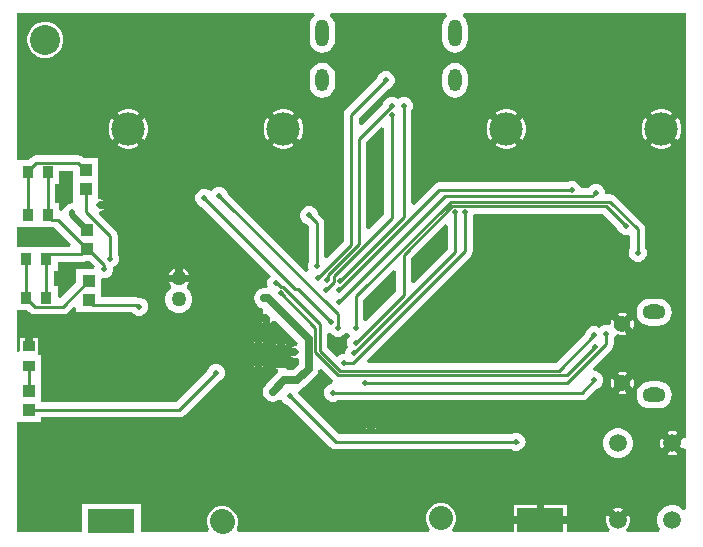
<source format=gbr>
G04*
G04 #@! TF.GenerationSoftware,Altium Limited,Altium Designer,24.3.1 (35)*
G04*
G04 Layer_Physical_Order=2*
G04 Layer_Color=16711680*
%FSLAX44Y44*%
%MOMM*%
G71*
G04*
G04 #@! TF.SameCoordinates,7C1B9C0E-2346-4955-A66A-820B0877C6A1*
G04*
G04*
G04 #@! TF.FilePolarity,Positive*
G04*
G01*
G75*
%ADD10C,0.5080*%
%ADD11C,0.2540*%
%ADD21R,1.1000X1.0000*%
%ADD54O,1.9558X1.2700*%
%ADD55C,1.3970*%
%ADD58O,1.1176X1.9050*%
%ADD59O,1.1176X2.3114*%
%ADD60C,1.4986*%
%ADD66C,0.6350*%
%ADD70C,0.6604*%
%ADD71C,2.5400*%
%ADD72C,2.0320*%
%ADD73C,0.6096*%
%ADD74C,2.8194*%
%ADD75R,4.0000X2.0000*%
%ADD76C,0.5080*%
%ADD77C,1.2700*%
%ADD78C,0.6604*%
%ADD79C,0.6096*%
%ADD80R,0.8999X1.0000*%
%ADD81R,1.0000X0.8999*%
G36*
X445350Y709119D02*
Y693450D01*
X444906Y692185D01*
X444342Y690998D01*
X441527Y690438D01*
X439006Y688754D01*
X437322Y686233D01*
X437247Y685854D01*
X434559Y684504D01*
X433506Y685062D01*
X433371Y685268D01*
Y690800D01*
X430265D01*
Y707470D01*
X433369D01*
Y718616D01*
X445350D01*
Y709119D01*
D02*
G37*
G36*
X427020Y670516D02*
X429428D01*
X443503Y656441D01*
X442531Y654094D01*
X425751D01*
X425125Y653970D01*
X397474D01*
Y670640D01*
X426395D01*
X427020Y670516D01*
D02*
G37*
G36*
X463484Y637460D02*
X462515Y634920D01*
X447890D01*
Y623916D01*
X434639Y610665D01*
X432099Y611717D01*
Y620950D01*
X428995D01*
Y633810D01*
X432100D01*
Y641146D01*
X451920D01*
X454397Y641638D01*
X455418Y642320D01*
X458624D01*
X463484Y637460D01*
D02*
G37*
G36*
X648764Y852048D02*
X649627Y849508D01*
X648531Y848668D01*
X646822Y846439D01*
X645747Y843844D01*
X645380Y841059D01*
Y829121D01*
X645747Y826336D01*
X646822Y823741D01*
X648531Y821513D01*
X650760Y819802D01*
X653355Y818728D01*
X656140Y818361D01*
X658925Y818728D01*
X661520Y819802D01*
X663748Y821513D01*
X665459Y823741D01*
X666533Y826336D01*
X666900Y829121D01*
Y841059D01*
X666533Y843844D01*
X665459Y846439D01*
X663748Y848668D01*
X662654Y849508D01*
X663516Y852048D01*
X761162Y852046D01*
X762024Y849506D01*
X760931Y848668D01*
X759221Y846439D01*
X758147Y843844D01*
X757780Y841059D01*
Y829121D01*
X758147Y826336D01*
X759221Y823741D01*
X760931Y821513D01*
X763160Y819802D01*
X765755Y818728D01*
X768540Y818361D01*
X771325Y818728D01*
X773920Y819802D01*
X776149Y821513D01*
X777859Y823741D01*
X778933Y826336D01*
X779300Y829121D01*
Y841059D01*
X778933Y843844D01*
X777859Y846439D01*
X776149Y848668D01*
X775056Y849506D01*
X775918Y852046D01*
X964178Y852043D01*
Y847129D01*
Y492341D01*
X961638Y491836D01*
X961494Y492184D01*
X959284Y489974D01*
X954794Y494464D01*
X957004Y496674D01*
X954496Y497713D01*
X950504D01*
X947996Y496674D01*
X950206Y494464D01*
X945716Y489974D01*
X943506Y492184D01*
X942467Y489676D01*
Y485684D01*
X943506Y483176D01*
X945716Y485386D01*
X950206Y480896D01*
X947996Y478686D01*
X950504Y477647D01*
X954496D01*
X957004Y478686D01*
X954794Y480896D01*
X959284Y485386D01*
X961494Y483176D01*
X961638Y483524D01*
X964178Y483019D01*
Y432374D01*
X961638Y431321D01*
X960220Y432740D01*
X957353Y434395D01*
X954155Y435252D01*
X950845D01*
X947647Y434395D01*
X944780Y432740D01*
X942439Y430399D01*
X940784Y427532D01*
X939927Y424334D01*
Y421024D01*
X940784Y417826D01*
X942204Y415365D01*
X941365Y412825D01*
X914427D01*
X913375Y415365D01*
X915006Y416996D01*
X916533Y420683D01*
Y424674D01*
X915494Y427183D01*
X913284Y424973D01*
X908794Y429463D01*
X911004Y431673D01*
X908496Y432712D01*
X904504D01*
X901996Y431673D01*
X904206Y429463D01*
X899716Y424973D01*
X897506Y427183D01*
X896467Y424674D01*
Y420683D01*
X897994Y416996D01*
X899625Y415365D01*
X898572Y412825D01*
X863280D01*
Y419735D01*
X860371D01*
Y426085D01*
X863280D01*
Y435450D01*
X843915D01*
Y432542D01*
X837565D01*
Y435450D01*
X818200D01*
Y426085D01*
X821109D01*
Y419735D01*
X818200D01*
Y412825D01*
X767118D01*
X766066Y415365D01*
X767083Y416382D01*
X768755Y419278D01*
X769620Y422508D01*
Y425852D01*
X768755Y429082D01*
X767083Y431978D01*
X764718Y434342D01*
X761822Y436015D01*
X758592Y436880D01*
X755248D01*
X752018Y436015D01*
X749122Y434342D01*
X746758Y431978D01*
X745086Y429082D01*
X744220Y425852D01*
Y422508D01*
X745086Y419278D01*
X746758Y416382D01*
X747774Y415365D01*
X746722Y412825D01*
X585089D01*
X583623Y415365D01*
X584110Y416210D01*
X584976Y419440D01*
Y422784D01*
X584110Y426014D01*
X582438Y428910D01*
X580074Y431275D01*
X579487Y431613D01*
X579298Y431802D01*
X576402Y433475D01*
X573172Y434340D01*
X569828D01*
X566598Y433475D01*
X563702Y431802D01*
X561338Y429438D01*
X559665Y426542D01*
X558800Y423312D01*
Y419968D01*
X559665Y416738D01*
X560458Y415365D01*
X558992Y412825D01*
X502600D01*
Y436720D01*
X452440D01*
Y412825D01*
X397474D01*
Y506051D01*
X418250D01*
Y509657D01*
X535181D01*
X537659Y510149D01*
X539759Y511553D01*
X567971Y539765D01*
X570736Y540910D01*
X572880Y543054D01*
X574040Y545854D01*
Y548886D01*
X572880Y551686D01*
X570736Y553830D01*
X567936Y554990D01*
X564904D01*
X562104Y553830D01*
X559960Y551686D01*
X558815Y548921D01*
X532499Y522606D01*
X418250D01*
Y542210D01*
X418250D01*
X417750Y543260D01*
Y562419D01*
X417592D01*
X415210Y562799D01*
X415210Y564959D01*
Y576879D01*
X410845D01*
Y573970D01*
X404495D01*
Y576879D01*
X400130D01*
X400130Y566039D01*
X397590Y564818D01*
X397474Y564911D01*
Y600790D01*
X405942D01*
X407981Y598752D01*
X410081Y597348D01*
X412559Y596856D01*
X436460D01*
X438938Y597348D01*
X441038Y598752D01*
X445543Y603257D01*
X447890Y602285D01*
Y598761D01*
X461575D01*
X462200Y598637D01*
X495204D01*
X496813Y597028D01*
X499614Y595868D01*
X502645D01*
X505446Y597028D01*
X507589Y599171D01*
X508750Y601972D01*
Y605003D01*
X507589Y607804D01*
X505446Y609947D01*
X502645Y611107D01*
X501222D01*
X498819Y611586D01*
X469050D01*
Y626634D01*
X470166Y627380D01*
X473198D01*
X475998Y628540D01*
X478142Y630684D01*
X479302Y633484D01*
Y636516D01*
X479239Y636668D01*
X481078Y637430D01*
X483222Y639574D01*
X484382Y642374D01*
Y645406D01*
X483237Y648171D01*
Y662929D01*
X482744Y665407D01*
X481340Y667507D01*
X466857Y681990D01*
X467910Y684530D01*
X468371D01*
X470238Y685303D01*
X471369Y686435D01*
X467360D01*
Y692785D01*
X471369D01*
X470238Y693917D01*
X468371Y694690D01*
X466510D01*
Y709119D01*
Y729279D01*
X454506D01*
X454117Y729668D01*
X452017Y731072D01*
X449539Y731564D01*
X413829D01*
X411351Y731072D01*
X409251Y729668D01*
X407212Y727630D01*
X397474D01*
Y760168D01*
Y796130D01*
Y852046D01*
X512802D01*
X512825Y852050D01*
X648764Y852048D01*
D02*
G37*
%LPC*%
G36*
X423646Y844550D02*
X419634D01*
X415758Y843511D01*
X412282Y841505D01*
X409445Y838668D01*
X407439Y835192D01*
X406400Y831316D01*
Y827304D01*
X407439Y823428D01*
X409445Y819952D01*
X412282Y817115D01*
X415758Y815109D01*
X419634Y814070D01*
X423646D01*
X427522Y815109D01*
X430998Y817115D01*
X433835Y819952D01*
X435841Y823428D01*
X436880Y827304D01*
Y831316D01*
X435841Y835192D01*
X433835Y838668D01*
X430998Y841505D01*
X427522Y843511D01*
X423646Y844550D01*
D02*
G37*
G36*
X768540Y809787D02*
X765755Y809420D01*
X763160Y808345D01*
X760931Y806636D01*
X759221Y804407D01*
X758147Y801812D01*
X757780Y799027D01*
Y791153D01*
X758147Y788368D01*
X759221Y785773D01*
X760931Y783544D01*
X763160Y781834D01*
X765755Y780760D01*
X768540Y780393D01*
X771325Y780760D01*
X773920Y781834D01*
X776149Y783544D01*
X777859Y785773D01*
X778933Y788368D01*
X779300Y791153D01*
Y799027D01*
X778933Y801812D01*
X777859Y804407D01*
X776149Y806636D01*
X773920Y808345D01*
X771325Y809420D01*
X768540Y809787D01*
D02*
G37*
G36*
X656140D02*
X653355Y809420D01*
X650760Y808345D01*
X648531Y806636D01*
X646822Y804407D01*
X645747Y801812D01*
X645380Y799027D01*
Y791153D01*
X645747Y788368D01*
X646822Y785773D01*
X648531Y783544D01*
X650760Y781834D01*
X653355Y780760D01*
X656140Y780393D01*
X658925Y780760D01*
X661520Y781834D01*
X663748Y783544D01*
X665459Y785773D01*
X666533Y788368D01*
X666900Y791153D01*
Y799027D01*
X666533Y801812D01*
X665459Y804407D01*
X663748Y806636D01*
X661520Y808345D01*
X658925Y809420D01*
X656140Y809787D01*
D02*
G37*
G36*
X945460Y770452D02*
X941080D01*
X936848Y769318D01*
X933938Y767638D01*
X936063Y765512D01*
X931573Y761022D01*
X929447Y763148D01*
X927767Y760237D01*
X926633Y756005D01*
Y751625D01*
X927767Y747393D01*
X929447Y744483D01*
X931573Y746609D01*
X936063Y742118D01*
X933938Y739993D01*
X936848Y738312D01*
X941080Y737178D01*
X945460D01*
X949692Y738312D01*
X952602Y739993D01*
X950477Y742118D01*
X954967Y746609D01*
X957093Y744483D01*
X958773Y747393D01*
X959907Y751625D01*
Y756005D01*
X958773Y760237D01*
X957093Y763148D01*
X954967Y761022D01*
X950477Y765512D01*
X952602Y767638D01*
X949692Y769318D01*
X945460Y770452D01*
D02*
G37*
G36*
X814060D02*
X809680D01*
X805448Y769318D01*
X802538Y767638D01*
X804663Y765512D01*
X800173Y761022D01*
X798047Y763148D01*
X796367Y760237D01*
X795233Y756005D01*
Y751625D01*
X796367Y747393D01*
X798047Y744483D01*
X800173Y746609D01*
X804663Y742118D01*
X802538Y739993D01*
X805448Y738312D01*
X809680Y737178D01*
X814060D01*
X818292Y738312D01*
X821202Y739993D01*
X819077Y742118D01*
X823567Y746609D01*
X825693Y744483D01*
X827373Y747393D01*
X828507Y751625D01*
Y756005D01*
X827373Y760237D01*
X825693Y763148D01*
X823567Y761022D01*
X819077Y765512D01*
X821202Y767638D01*
X818292Y769318D01*
X814060Y770452D01*
D02*
G37*
G36*
X625420D02*
X621040D01*
X616808Y769318D01*
X613898Y767638D01*
X616023Y765512D01*
X611533Y761022D01*
X609407Y763148D01*
X607727Y760237D01*
X606593Y756005D01*
Y751625D01*
X607727Y747393D01*
X609407Y744483D01*
X611533Y746609D01*
X616023Y742118D01*
X613898Y739993D01*
X616808Y738312D01*
X621040Y737178D01*
X625420D01*
X629652Y738312D01*
X632562Y739993D01*
X630437Y742118D01*
X634927Y746609D01*
X637053Y744483D01*
X638733Y747393D01*
X639867Y751625D01*
Y756005D01*
X638733Y760237D01*
X637053Y763148D01*
X634927Y761022D01*
X630437Y765512D01*
X632562Y767638D01*
X629652Y769318D01*
X625420Y770452D01*
D02*
G37*
G36*
X494020D02*
X489640D01*
X485408Y769318D01*
X482497Y767638D01*
X484623Y765512D01*
X480133Y761022D01*
X478007Y763148D01*
X476327Y760237D01*
X475193Y756005D01*
Y751625D01*
X476327Y747393D01*
X478007Y744483D01*
X480133Y746609D01*
X484623Y742118D01*
X482497Y739993D01*
X485408Y738312D01*
X489640Y737178D01*
X494020D01*
X498252Y738312D01*
X501162Y739993D01*
X499037Y742118D01*
X503527Y746609D01*
X505653Y744483D01*
X507333Y747393D01*
X508467Y751625D01*
Y756005D01*
X507333Y760237D01*
X505653Y763148D01*
X503527Y761022D01*
X499037Y765512D01*
X501162Y767638D01*
X498252Y769318D01*
X494020Y770452D01*
D02*
G37*
G36*
X711446Y802640D02*
X708414D01*
X705614Y801480D01*
X703470Y799336D01*
X702325Y796571D01*
X676142Y770388D01*
X674738Y768288D01*
X674246Y765810D01*
Y658002D01*
X660524Y644281D01*
X657984Y645333D01*
Y674167D01*
X657492Y676645D01*
X656088Y678745D01*
X652664Y682169D01*
X651518Y684935D01*
X649375Y687078D01*
X646574Y688238D01*
X643543D01*
X640742Y687078D01*
X638599Y684935D01*
X637438Y682134D01*
Y679103D01*
X638599Y676302D01*
X640742Y674158D01*
X643508Y673013D01*
X645036Y671485D01*
Y641821D01*
X643890Y639056D01*
Y636024D01*
X644580Y634358D01*
X642427Y632919D01*
X576566Y698781D01*
X575420Y701546D01*
X573276Y703690D01*
X570476Y704850D01*
X567444D01*
X564644Y703690D01*
X562500Y701546D01*
X559913Y701937D01*
X557776Y702822D01*
X554744D01*
X551944Y701662D01*
X549800Y699518D01*
X548640Y696718D01*
Y693686D01*
X549800Y690886D01*
X551944Y688742D01*
X554709Y687597D01*
X612590Y629716D01*
X610760Y627886D01*
X609600Y625086D01*
Y622054D01*
X609920Y621282D01*
X608206Y618782D01*
X606684D01*
X603463Y618141D01*
X600733Y616316D01*
X598908Y613586D01*
X598267Y610365D01*
X598908Y607144D01*
X600733Y604413D01*
X603463Y602589D01*
X605055Y602272D01*
X606274Y600546D01*
X606087Y598032D01*
X604956Y596900D01*
X608965D01*
Y593725D01*
X612140D01*
Y589716D01*
X613272Y590847D01*
X613440Y591253D01*
X616392Y591894D01*
X635709Y572577D01*
X634833Y570456D01*
X634677Y570230D01*
X632719D01*
X630852Y569457D01*
X629721Y568325D01*
X633730D01*
Y561975D01*
X629721D01*
X630852Y560843D01*
X632719Y560070D01*
X634740D01*
X636108Y559156D01*
Y554313D01*
X631373Y549578D01*
X626394D01*
X625461Y551815D01*
X617021D01*
X618152Y550683D01*
X618387Y550586D01*
X618669Y547720D01*
X617759Y547112D01*
X608093Y537447D01*
X606269Y534716D01*
X605628Y531495D01*
X606269Y528274D01*
X608093Y525544D01*
X610824Y523719D01*
X614045Y523078D01*
X617266Y523719D01*
X618856Y524781D01*
X621646Y524180D01*
X621963Y523918D01*
X622190Y523369D01*
X624334Y521225D01*
X627099Y520079D01*
X662807Y484372D01*
X664907Y482968D01*
X667385Y482476D01*
X816139D01*
X818904Y481330D01*
X821936D01*
X824736Y482490D01*
X826880Y484634D01*
X827101Y485167D01*
X827973Y486472D01*
X828466Y488950D01*
X827973Y491428D01*
X827101Y492733D01*
X826880Y493266D01*
X824736Y495410D01*
X821936Y496570D01*
X818904D01*
X816139Y495424D01*
X670067D01*
X636255Y529236D01*
X635798Y530341D01*
X637217Y533213D01*
X638080Y533385D01*
X640811Y535209D01*
X650477Y544875D01*
X652301Y547606D01*
X652678Y549502D01*
X655431Y550341D01*
X664840Y540933D01*
X665060Y540785D01*
X664290Y538245D01*
X663829D01*
X661029Y537085D01*
X658885Y534941D01*
X657725Y532141D01*
Y529109D01*
X658885Y526309D01*
X661029Y524165D01*
X663829Y523005D01*
X666861D01*
X669626Y524151D01*
X876065D01*
X878543Y524644D01*
X880643Y526047D01*
X888011Y533414D01*
X890776Y534560D01*
X892920Y536704D01*
X894080Y539504D01*
Y542536D01*
X892920Y545336D01*
X890776Y547480D01*
X887976Y548640D01*
X886072D01*
X885020Y551180D01*
X901198Y567358D01*
X902602Y569458D01*
X903094Y571936D01*
Y576109D01*
X904240Y578874D01*
X906780Y579852D01*
X908365Y579195D01*
X912155D01*
X914375Y580115D01*
X912154Y582336D01*
X916644Y586826D01*
X918865Y584605D01*
X919785Y586825D01*
Y590615D01*
X918865Y592835D01*
X916644Y590614D01*
X912154Y595104D01*
X914375Y597325D01*
X912155Y598245D01*
X908365D01*
X906145Y597325D01*
X908366Y595104D01*
X903876Y590614D01*
X901655Y592835D01*
X900735Y590615D01*
Y589219D01*
X898623Y587808D01*
X898136Y588010D01*
X895104D01*
X892304Y586850D01*
X890905Y585451D01*
X890776Y585580D01*
X887976Y586740D01*
X884944D01*
X882144Y585580D01*
X880000Y583436D01*
X878855Y580671D01*
X853979Y555795D01*
X694834D01*
X693862Y558142D01*
X781818Y646098D01*
X783222Y648198D01*
X783714Y650676D01*
Y678979D01*
X784860Y681744D01*
Y682030D01*
X893774D01*
X905525Y670279D01*
X906670Y667514D01*
X908814Y665370D01*
X911614Y664210D01*
X914646D01*
X914704Y664234D01*
X916816Y662823D01*
Y653251D01*
X915670Y650486D01*
Y647454D01*
X916830Y644654D01*
X918974Y642510D01*
X921774Y641350D01*
X924806D01*
X927606Y642510D01*
X929750Y644654D01*
X930910Y647454D01*
Y650486D01*
X929764Y653251D01*
Y668854D01*
X929272Y671332D01*
X927868Y673432D01*
X904408Y696892D01*
X902308Y698296D01*
X899830Y698788D01*
X895350D01*
Y701286D01*
X894190Y704086D01*
X892046Y706230D01*
X889246Y707390D01*
X886214D01*
X883414Y706230D01*
X881270Y704086D01*
X881007Y703450D01*
X875030D01*
Y703572D01*
X873870Y706372D01*
X871726Y708516D01*
X868926Y709676D01*
X865894D01*
X863129Y708530D01*
X755396D01*
X752918Y708038D01*
X750818Y706634D01*
X733991Y689807D01*
X731644Y690779D01*
Y769149D01*
X732790Y771914D01*
Y774946D01*
X731630Y777746D01*
X729486Y779890D01*
X726686Y781050D01*
X723654D01*
X720854Y779890D01*
X720090Y779126D01*
X719326Y779890D01*
X716526Y781050D01*
X713494D01*
X710694Y779890D01*
X708550Y777746D01*
X707404Y774981D01*
X689541Y757117D01*
X687194Y758089D01*
Y763128D01*
X711481Y787414D01*
X714246Y788560D01*
X716390Y790704D01*
X717550Y793504D01*
Y796536D01*
X716390Y799336D01*
X714246Y801480D01*
X711446Y802640D01*
D02*
G37*
G36*
X537845Y635687D02*
Y630555D01*
X542977D01*
X542207Y632416D01*
X539706Y634917D01*
X537845Y635687D01*
D02*
G37*
G36*
X531495D02*
X529634Y634917D01*
X527133Y632416D01*
X526363Y630555D01*
X531495D01*
Y635687D01*
D02*
G37*
G36*
X542977Y624205D02*
X526363D01*
X527133Y622344D01*
X528129Y621349D01*
X527797Y618830D01*
X527652Y618746D01*
X525524Y616618D01*
X524019Y614012D01*
X523240Y611105D01*
Y608095D01*
X524019Y605188D01*
X525524Y602582D01*
X527652Y600454D01*
X530258Y598949D01*
X533165Y598170D01*
X536175D01*
X539082Y598949D01*
X541688Y600454D01*
X543816Y602582D01*
X545321Y605188D01*
X546100Y608095D01*
Y611105D01*
X545321Y614012D01*
X543816Y616618D01*
X541688Y618746D01*
X541543Y618830D01*
X541211Y621349D01*
X542207Y622344D01*
X542977Y624205D01*
D02*
G37*
G36*
X605790Y590550D02*
X604956D01*
X605790Y589716D01*
Y590550D01*
D02*
G37*
G36*
X940689Y610249D02*
X933831D01*
X930847Y609856D01*
X928067Y608704D01*
X925679Y606872D01*
X923847Y604484D01*
X922695Y601704D01*
X922302Y598720D01*
X922695Y595736D01*
X923847Y592956D01*
X925679Y590568D01*
X928067Y588736D01*
X930847Y587584D01*
X933831Y587191D01*
X940689D01*
X943673Y587584D01*
X946453Y588736D01*
X948841Y590568D01*
X950673Y592956D01*
X951825Y595736D01*
X952218Y598720D01*
X951825Y601704D01*
X950673Y604484D01*
X948841Y606872D01*
X946453Y608704D01*
X943673Y609856D01*
X940689Y610249D01*
D02*
G37*
G36*
X605155Y580589D02*
Y579755D01*
X605989D01*
X605155Y580589D01*
D02*
G37*
G36*
X598805D02*
X597971Y579755D01*
X598805D01*
Y580589D01*
D02*
G37*
G36*
X624205Y579319D02*
Y578485D01*
X625039D01*
X624205Y579319D01*
D02*
G37*
G36*
X617855D02*
X617021Y578485D01*
X617855D01*
Y579319D01*
D02*
G37*
G36*
X605989Y573405D02*
X605155D01*
Y572571D01*
X605989Y573405D01*
D02*
G37*
G36*
X598805D02*
X597971D01*
X598805Y572571D01*
Y573405D01*
D02*
G37*
G36*
X625039Y572135D02*
X624205D01*
Y571301D01*
X625039Y572135D01*
D02*
G37*
G36*
X617855D02*
X617021D01*
X617855Y571301D01*
Y572135D01*
D02*
G37*
G36*
X605155Y560269D02*
Y559435D01*
X605989D01*
X605155Y560269D01*
D02*
G37*
G36*
X598805D02*
X597971Y559435D01*
X598805D01*
Y560269D01*
D02*
G37*
G36*
X624205Y558999D02*
Y558165D01*
X625039D01*
X624205Y558999D01*
D02*
G37*
G36*
X617855D02*
X617021Y558165D01*
X617855D01*
Y558999D01*
D02*
G37*
G36*
X605989Y553085D02*
X605155D01*
Y552251D01*
X605989Y553085D01*
D02*
G37*
G36*
X598805D02*
X597971D01*
X598805Y552251D01*
Y553085D01*
D02*
G37*
G36*
X912155Y548245D02*
X908365D01*
X906145Y547325D01*
X908366Y545104D01*
X903876Y540614D01*
X901655Y542835D01*
X900735Y540615D01*
Y536825D01*
X901655Y534605D01*
X903876Y536826D01*
X908366Y532336D01*
X906145Y530115D01*
X908365Y529195D01*
X912155D01*
X914375Y530115D01*
X912154Y532336D01*
X916644Y536826D01*
X918865Y534605D01*
X919785Y536825D01*
Y540615D01*
X918865Y542835D01*
X916644Y540614D01*
X912154Y545104D01*
X914375Y547325D01*
X912155Y548245D01*
D02*
G37*
G36*
X940689Y540249D02*
X933831D01*
X930847Y539856D01*
X928067Y538704D01*
X925679Y536872D01*
X923847Y534484D01*
X922695Y531704D01*
X922302Y528720D01*
X922695Y525736D01*
X923847Y522956D01*
X925679Y520568D01*
X928067Y518736D01*
X930847Y517584D01*
X933831Y517191D01*
X940689D01*
X943673Y517584D01*
X946453Y518736D01*
X948841Y520568D01*
X950673Y522956D01*
X951825Y525736D01*
X952218Y528720D01*
X951825Y531704D01*
X950673Y534484D01*
X948841Y536872D01*
X946453Y538704D01*
X943673Y539856D01*
X940689Y540249D01*
D02*
G37*
G36*
X700405Y508199D02*
Y507365D01*
X701239D01*
X700405Y508199D01*
D02*
G37*
G36*
X694055D02*
X693221Y507365D01*
X694055D01*
Y508199D01*
D02*
G37*
G36*
X701239Y501015D02*
X700405D01*
Y500181D01*
X701239Y501015D01*
D02*
G37*
G36*
X694055D02*
X693221D01*
X694055Y500181D01*
Y501015D01*
D02*
G37*
G36*
X908155Y500253D02*
X904845D01*
X901647Y499396D01*
X898780Y497741D01*
X896439Y495400D01*
X894784Y492533D01*
X893927Y489335D01*
Y486025D01*
X894784Y482827D01*
X896439Y479960D01*
X898780Y477619D01*
X901647Y475964D01*
X904845Y475107D01*
X908155D01*
X911353Y475964D01*
X914220Y477619D01*
X916561Y479960D01*
X918216Y482827D01*
X919073Y486025D01*
Y489335D01*
X918216Y492533D01*
X916561Y495400D01*
X914220Y497741D01*
X911353Y499396D01*
X908155Y500253D01*
D02*
G37*
%LPD*%
G36*
X708536Y754481D02*
Y681516D01*
X695828Y668808D01*
X693482Y669780D01*
Y742745D01*
X706189Y755453D01*
X708536Y754481D01*
D02*
G37*
G36*
X762385Y672005D02*
Y652161D01*
X733917Y623693D01*
X731570Y624665D01*
Y644508D01*
X760039Y672977D01*
X762385Y672005D01*
D02*
G37*
G36*
X718621Y633629D02*
Y616145D01*
X693544Y591068D01*
X691004Y592120D01*
Y609331D01*
X716274Y634601D01*
X718621Y633629D01*
D02*
G37*
G36*
X678141Y580877D02*
X679622Y578766D01*
X678105Y577249D01*
X676945Y574449D01*
Y571417D01*
X677846Y569242D01*
X676800Y568196D01*
X675640Y565396D01*
Y563291D01*
X672854D01*
X670054Y562131D01*
X668698Y560775D01*
X660524Y568948D01*
Y580141D01*
X661973Y580777D01*
X663064Y580919D01*
X664974Y579010D01*
X667774Y577850D01*
X670806D01*
X673606Y579010D01*
X675446Y580850D01*
X676910Y581020D01*
X678141Y580877D01*
D02*
G37*
D10*
X444500Y680599D02*
X456700Y668399D01*
X444500Y680599D02*
Y683260D01*
X456700Y668399D02*
X457200D01*
D11*
X884936Y696976D02*
X887730Y699770D01*
X760476Y696976D02*
X884936D01*
X777240Y650676D02*
Y683260D01*
X768860Y649480D02*
Y683260D01*
X681990Y555426D02*
X777240Y650676D01*
X683260Y563880D02*
X768860Y649480D01*
X684530Y585470D02*
Y612012D01*
X674615Y555426D02*
X681990D01*
X622953Y619880D02*
X654050Y588783D01*
Y566267D02*
Y588783D01*
X645058Y680618D02*
X651510Y674167D01*
Y637540D02*
Y674167D01*
X617907Y623570D02*
X621597Y619880D01*
X674370Y555671D02*
X674615Y555426D01*
X652780Y627380D02*
X680720Y655320D01*
X617220Y623570D02*
X617907D01*
X620849Y614800D02*
X650240Y585409D01*
X654050Y566267D02*
X670996Y549321D01*
X660886Y630098D02*
X687007Y656219D01*
X670560Y607060D02*
X760476Y696976D01*
X568960Y697230D02*
X669290Y596900D01*
X670814Y624904D02*
X725170Y679260D01*
X650240Y564688D02*
Y585409D01*
X660886Y626596D02*
Y630098D01*
X621597Y619880D02*
X622953D01*
X669290Y585470D02*
Y596900D01*
X670560Y617220D02*
X755396Y702056D01*
X660400Y626110D02*
X660886Y626596D01*
X684565Y572933D02*
X725096Y613463D01*
X659130Y617474D02*
X665734Y624078D01*
X498819Y605111D02*
X500442Y603488D01*
X501130D01*
X455930Y683761D02*
X476762Y662929D01*
Y643890D02*
Y662929D01*
X455930Y683761D02*
Y703200D01*
X471196Y635486D02*
Y638904D01*
Y635486D02*
X471682Y635000D01*
X457200Y652400D02*
X457700D01*
X451920Y647620D02*
X454160Y649860D01*
X457700Y652400D02*
X471196Y638904D01*
X432110Y676990D02*
X456700Y652400D01*
X535181Y516131D02*
X566420Y547370D01*
X669418Y545511D02*
X863011D01*
X684530Y612012D02*
X764832Y692314D01*
X899830D01*
X923290Y648970D02*
Y668854D01*
X896456Y688504D02*
X913130Y671830D01*
X725096Y613463D02*
Y647190D01*
X670996Y549321D02*
X856661D01*
X863164Y538480D02*
X896620Y571936D01*
X692150Y538480D02*
X863164D01*
X635695Y618237D02*
X661670Y592262D01*
X633226Y618237D02*
X635695D01*
X628650Y527685D02*
X667385Y488950D01*
X680720Y655320D02*
Y765810D01*
X665734Y624078D02*
Y629558D01*
X687007Y656219D02*
Y745427D01*
X667385Y488950D02*
X821992D01*
X650240Y564688D02*
X669418Y545511D01*
X863011D02*
X886806Y569306D01*
X856661Y549321D02*
X886460Y579120D01*
X665345Y530625D02*
X876065D01*
X715010Y678834D02*
Y765810D01*
X680720Y765810D02*
X709930Y795020D01*
X687007Y745427D02*
X715010Y773430D01*
X462200Y605111D02*
X498819D01*
X896620Y571936D02*
Y580390D01*
X725096Y647190D02*
X766410Y688504D01*
X899830Y692314D02*
X923290Y668854D01*
X755396Y702056D02*
X867410D01*
X665734Y629558D02*
X715010Y678834D01*
X725170Y679260D02*
Y773430D01*
X876065Y530625D02*
X886460Y541020D01*
X556260Y695202D02*
X633226Y618237D01*
X766410Y688504D02*
X896456D01*
X458470Y608841D02*
X462200Y605111D01*
X407670Y516131D02*
X535181D01*
X407670Y532130D02*
Y552839D01*
X422521Y644390D02*
X425751Y647620D01*
X457970Y624840D02*
X458470D01*
X405519Y610370D02*
Y643888D01*
Y610370D02*
X412559Y603330D01*
X436460D01*
X427020Y676990D02*
X432110D01*
X422519Y610870D02*
X422521Y610872D01*
Y644390D01*
X454160Y649860D02*
X456700D01*
X423791Y680220D02*
X427020Y676990D01*
X456700Y649860D02*
Y652400D01*
X423791Y680220D02*
Y717548D01*
X406791Y680720D02*
Y717548D01*
X406789Y717550D02*
X406791Y717548D01*
X413829Y725090D02*
X449539D01*
X455430Y719199D01*
X455930D01*
X406789Y718050D02*
X413829Y725090D01*
X406789Y717550D02*
Y718050D01*
X423789Y717550D02*
X423791Y717548D01*
X425751Y647620D02*
X451920D01*
X436460Y603330D02*
X457970Y624840D01*
X405519Y643888D02*
X405521Y643890D01*
D21*
X407670Y516131D02*
D03*
Y532130D02*
D03*
X455930Y703200D02*
D03*
Y719199D02*
D03*
X458470Y608841D02*
D03*
Y624840D02*
D03*
X457200Y652400D02*
D03*
Y668399D02*
D03*
D54*
X937260Y598720D02*
D03*
Y528720D02*
D03*
D55*
X910260Y588720D02*
D03*
Y538720D02*
D03*
D58*
X768540Y795090D02*
D03*
X656140D02*
D03*
D59*
X768540Y835090D02*
D03*
X656140D02*
D03*
D60*
X952500Y422679D02*
D03*
X906500D02*
D03*
Y487680D02*
D03*
X952500D02*
D03*
D66*
X644525Y550827D02*
Y575663D01*
X609823Y610365D02*
X644525Y575663D01*
X606684Y610365D02*
X609823D01*
X623711Y541161D02*
X634859D01*
X644525Y550827D01*
X614045Y531495D02*
X623711Y541161D01*
D70*
X940689Y598720D02*
D03*
X933831D02*
D03*
X940689Y528720D02*
D03*
X933831D02*
D03*
D71*
X421640Y829310D02*
D03*
D72*
X572276Y421112D02*
D03*
X571500Y421640D02*
D03*
X756920Y424180D02*
D03*
D73*
X768540Y791153D02*
D03*
Y799027D02*
D03*
X656140Y791153D02*
D03*
Y799027D02*
D03*
X768540Y829121D02*
D03*
Y841059D02*
D03*
X656140Y829121D02*
D03*
Y841059D02*
D03*
D74*
X811870Y753815D02*
D03*
X943270D02*
D03*
X491830D02*
D03*
X623230D02*
D03*
D75*
X477520Y421640D02*
D03*
X840740Y422910D02*
D03*
D76*
X444500Y683260D02*
D03*
X697230Y504190D02*
D03*
X633730Y565150D02*
D03*
X777240Y683260D02*
D03*
X768860D02*
D03*
X684530Y585470D02*
D03*
X620849Y614800D02*
D03*
X659130Y617474D02*
D03*
X601980Y576580D02*
D03*
X617220Y623570D02*
D03*
X670814Y624904D02*
D03*
X683260Y563880D02*
D03*
X674370Y555671D02*
D03*
X606684Y610365D02*
D03*
X660400Y626110D02*
D03*
X663722Y590575D02*
D03*
X651510Y637540D02*
D03*
X621030Y554990D02*
D03*
X652780Y627380D02*
D03*
X670560Y617220D02*
D03*
X608965Y593725D02*
D03*
X670560Y607060D02*
D03*
X684565Y572933D02*
D03*
X669290Y585470D02*
D03*
X621030Y575310D02*
D03*
X601980Y556260D02*
D03*
X501130Y603488D02*
D03*
X471682Y635000D02*
D03*
X476762Y643890D02*
D03*
X887730Y699770D02*
D03*
X867410Y702056D02*
D03*
X886460Y579120D02*
D03*
X896620Y580390D02*
D03*
X556260Y695202D02*
D03*
X628650Y527685D02*
D03*
X725170Y773430D02*
D03*
X715010Y765810D02*
D03*
X467360Y689610D02*
D03*
X614015Y531465D02*
D03*
X566420Y547370D02*
D03*
X886806Y569306D02*
D03*
X715010Y773430D02*
D03*
X886460Y541020D02*
D03*
X665345Y530625D02*
D03*
X692150Y538480D02*
D03*
X923290Y648970D02*
D03*
X913130Y671830D02*
D03*
X645058Y680618D02*
D03*
X709930Y795020D02*
D03*
X820420Y488950D02*
D03*
X568960Y697230D02*
D03*
D77*
X534670Y627380D02*
D03*
Y609600D02*
D03*
D78*
X933831Y598720D02*
X940689D01*
X933831Y528720D02*
X940689D01*
D79*
X768540Y791153D02*
Y799027D01*
X656140Y791153D02*
Y799027D01*
X768540Y829121D02*
Y841059D01*
X656140Y829121D02*
Y841059D01*
D80*
X422519Y610870D02*
D03*
X405519D02*
D03*
X405521Y643890D02*
D03*
X422521D02*
D03*
X406791Y680720D02*
D03*
X423791D02*
D03*
X423789Y717550D02*
D03*
X406789D02*
D03*
D81*
X407670Y569839D02*
D03*
Y552839D02*
D03*
M02*

</source>
